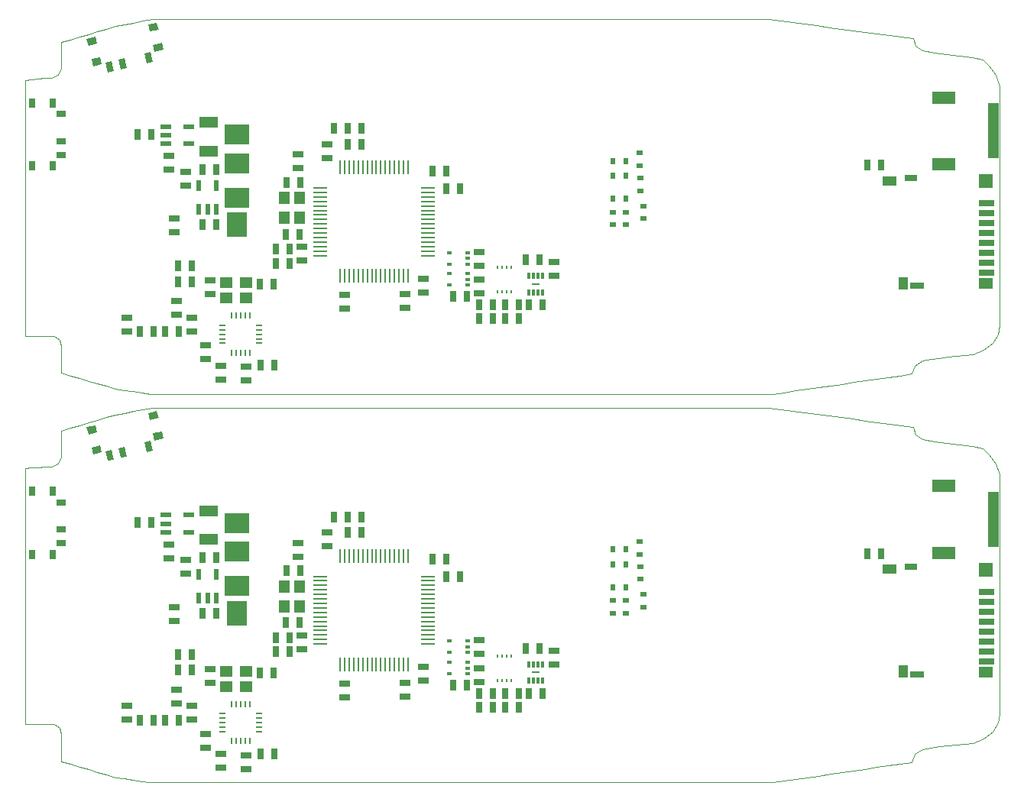
<source format=gbr>
G04 #@! TF.FileFunction,Paste,Top*
%FSLAX46Y46*%
G04 Gerber Fmt 4.6, Leading zero omitted, Abs format (unit mm)*
G04 Created by KiCad (PCBNEW 4.0.2+dfsg1-stable) date Sat 02 Apr 2016 08:09:56 PM CEST*
%MOMM*%
G01*
G04 APERTURE LIST*
%ADD10C,0.150000*%
%ADD11C,0.100000*%
%ADD12R,0.508000X0.304800*%
%ADD13R,0.200000X0.400000*%
%ADD14R,0.635000X1.143000*%
%ADD15R,1.143000X0.635000*%
%ADD16R,2.500000X1.400000*%
%ADD17R,1.200000X6.200000*%
%ADD18R,0.700000X0.600000*%
%ADD19R,0.600000X0.700000*%
%ADD20R,1.399540X1.198880*%
%ADD21R,1.198880X1.399540*%
%ADD22R,1.750000X0.700000*%
%ADD23R,1.500000X1.500000*%
%ADD24R,1.500000X1.300000*%
%ADD25R,1.400000X0.800000*%
%ADD26R,1.550000X1.000000*%
%ADD27R,1.000000X1.450000*%
%ADD28R,1.500000X0.800000*%
%ADD29R,0.548640X1.198880*%
%ADD30R,1.198880X0.548640*%
%ADD31R,1.100000X0.700000*%
%ADD32R,0.800000X1.000000*%
%ADD33R,1.501140X0.269240*%
%ADD34R,0.248920X1.501140*%
%ADD35R,1.998980X1.198880*%
%ADD36R,0.300000X0.750000*%
%ADD37R,0.960000X0.270000*%
%ADD38R,0.762000X0.254000*%
%ADD39R,0.254000X0.762000*%
%ADD40R,2.300000X2.800000*%
%ADD41R,2.800000X2.300000*%
G04 APERTURE END LIST*
D10*
D11*
X76847362Y-132519297D02*
X76846256Y-131355372D01*
X76847362Y-133709297D02*
X76846256Y-132545372D01*
X184823672Y-130009669D02*
X184823672Y-156552737D01*
X184823672Y-156552737D02*
X184639437Y-157502628D01*
X184639437Y-157502628D02*
X184011984Y-158473819D01*
X184011984Y-158473819D02*
X183028434Y-159241019D01*
X183028434Y-159241019D02*
X181885338Y-159743638D01*
X181885338Y-159743638D02*
X180946166Y-159822981D01*
X180946166Y-159822981D02*
X179997997Y-159911175D01*
X179997997Y-159911175D02*
X179058819Y-160008122D01*
X179058819Y-160008122D02*
X178119541Y-160122762D01*
X178119541Y-160122762D02*
X177189253Y-160255113D01*
X177189253Y-160255113D02*
X176267650Y-160457841D01*
X176267650Y-160457841D02*
X175434781Y-160987006D01*
X175434781Y-160987006D02*
X175062612Y-161877597D01*
X175062612Y-161877597D02*
X173777838Y-162071584D01*
X173777838Y-162071584D02*
X172493062Y-162256725D01*
X172493062Y-162256725D02*
X171208288Y-162441963D01*
X171208288Y-162441963D02*
X169923509Y-162627100D01*
X169923509Y-162627100D02*
X168638634Y-162812238D01*
X168638634Y-162812238D02*
X167353859Y-163006225D01*
X167353859Y-163006225D02*
X166069081Y-163191462D01*
X166069081Y-163191462D02*
X164784297Y-163376600D01*
X164784297Y-163376600D02*
X163499531Y-163561838D01*
X163499531Y-163561838D02*
X162214753Y-163755825D01*
X162214753Y-163755825D02*
X160929978Y-163940963D01*
X160929978Y-163940963D02*
X159645103Y-164126103D01*
X159645103Y-164126103D02*
X90726700Y-164126103D01*
X90726700Y-164126103D02*
X89760847Y-163985012D01*
X89760847Y-163985012D02*
X88795091Y-163835172D01*
X88795091Y-163835172D02*
X87820344Y-163694081D01*
X87820344Y-163694081D02*
X86854587Y-163544141D01*
X86854587Y-163544141D02*
X85853266Y-163253209D01*
X85853266Y-163253209D02*
X84852041Y-162953328D01*
X84852041Y-162953328D02*
X83850816Y-162662397D01*
X83850816Y-162662397D02*
X82849591Y-162362519D01*
X82849591Y-162362519D02*
X81848269Y-162071584D01*
X81848269Y-162071584D02*
X80847034Y-161771803D01*
X80847034Y-161771803D02*
X80855925Y-161031053D01*
X80855925Y-161031053D02*
X80855925Y-159540800D01*
X80855925Y-159540800D02*
X80847034Y-158791300D01*
X80847034Y-158791300D02*
X80643222Y-158094694D01*
X80643222Y-158094694D02*
X80049541Y-157671422D01*
X80049541Y-157671422D02*
X76850841Y-157671422D01*
X76850841Y-157671422D02*
X76850841Y-138536566D01*
X76849578Y-138527719D02*
X76848472Y-137334944D01*
X76848472Y-137304944D02*
X76848472Y-136142072D01*
X76848472Y-136112072D02*
X76847362Y-134939297D01*
X76847362Y-134889297D02*
X76846256Y-133725372D01*
X76844362Y-132319919D02*
X76844362Y-129304216D01*
X76824362Y-129304216D02*
X76823672Y-129304216D01*
X76823672Y-129304216D02*
X77559128Y-129233619D01*
X77559128Y-129233619D02*
X78285691Y-129171972D01*
X78285691Y-129171972D02*
X79021147Y-129118978D01*
X79021147Y-129118978D02*
X79747713Y-129101378D01*
X79747713Y-129101378D02*
X80509747Y-128783900D01*
X80509747Y-128783900D02*
X80837559Y-128016800D01*
X80837559Y-128016800D02*
X80837559Y-125133337D01*
X80837559Y-125133337D02*
X81838784Y-124842306D01*
X81838784Y-124842306D02*
X82848900Y-124542525D01*
X82848900Y-124542525D02*
X83850125Y-124251494D01*
X83850125Y-124251494D02*
X84860231Y-123951713D01*
X84860231Y-123951713D02*
X85861562Y-123651931D01*
X85861562Y-123651931D02*
X86871681Y-123360903D01*
X86871681Y-123360903D02*
X87864012Y-123166913D01*
X87864012Y-123166913D02*
X88865238Y-122972928D01*
X88865238Y-122972928D02*
X89857669Y-122770091D01*
X89857669Y-122770091D02*
X90967963Y-122576103D01*
X90967963Y-122576103D02*
X159237262Y-122576103D01*
X159237262Y-122576103D02*
X160575191Y-122761347D01*
X160575191Y-122761347D02*
X161904319Y-122937631D01*
X161904319Y-122937631D02*
X163242356Y-123114019D01*
X163242356Y-123114019D02*
X164580288Y-123290406D01*
X164580288Y-123290406D02*
X165909425Y-123466694D01*
X165909425Y-123466694D02*
X167247344Y-123651931D01*
X167247344Y-123651931D02*
X168576491Y-123828319D01*
X168576491Y-123828319D02*
X169914519Y-124004609D01*
X169914519Y-124004609D02*
X171252450Y-124180997D01*
X171252450Y-124180997D02*
X172581584Y-124366137D01*
X172581584Y-124366137D02*
X173919516Y-124542525D01*
X173919516Y-124542525D02*
X175257544Y-124718919D01*
X175257544Y-124718919D02*
X175514519Y-125565359D01*
X175514519Y-125565359D02*
X176241084Y-126059225D01*
X176241084Y-126059225D02*
X177605591Y-126297263D01*
X177605591Y-126297263D02*
X178978988Y-126500097D01*
X178978988Y-126500097D02*
X180361278Y-126667644D01*
X180361278Y-126667644D02*
X181743569Y-126799878D01*
X181743569Y-126799878D02*
X182957506Y-127090909D01*
X182957506Y-127090909D02*
X183664756Y-127744300D01*
X183664756Y-127744300D02*
X184364734Y-128767128D01*
X184364734Y-128767128D02*
X184823672Y-130009669D01*
X76847362Y-89459297D02*
X76846256Y-88295372D01*
X76847362Y-90649297D02*
X76846256Y-89485372D01*
X184823672Y-86949669D02*
X184823672Y-113492737D01*
X184823672Y-113492737D02*
X184639437Y-114442628D01*
X184639437Y-114442628D02*
X184011984Y-115413819D01*
X184011984Y-115413819D02*
X183028434Y-116181019D01*
X183028434Y-116181019D02*
X181885338Y-116683638D01*
X181885338Y-116683638D02*
X180946166Y-116762981D01*
X180946166Y-116762981D02*
X179997997Y-116851175D01*
X179997997Y-116851175D02*
X179058819Y-116948122D01*
X179058819Y-116948122D02*
X178119541Y-117062762D01*
X178119541Y-117062762D02*
X177189253Y-117195113D01*
X177189253Y-117195113D02*
X176267650Y-117397841D01*
X176267650Y-117397841D02*
X175434781Y-117927006D01*
X175434781Y-117927006D02*
X175062612Y-118817597D01*
X175062612Y-118817597D02*
X173777838Y-119011584D01*
X173777838Y-119011584D02*
X172493062Y-119196725D01*
X172493062Y-119196725D02*
X171208288Y-119381963D01*
X171208288Y-119381963D02*
X169923509Y-119567100D01*
X169923509Y-119567100D02*
X168638634Y-119752238D01*
X168638634Y-119752238D02*
X167353859Y-119946225D01*
X167353859Y-119946225D02*
X166069081Y-120131462D01*
X166069081Y-120131462D02*
X164784297Y-120316600D01*
X164784297Y-120316600D02*
X163499531Y-120501838D01*
X163499531Y-120501838D02*
X162214753Y-120695825D01*
X162214753Y-120695825D02*
X160929978Y-120880963D01*
X160929978Y-120880963D02*
X159645103Y-121066103D01*
X159645103Y-121066103D02*
X90726700Y-121066103D01*
X90726700Y-121066103D02*
X89760847Y-120925012D01*
X89760847Y-120925012D02*
X88795091Y-120775172D01*
X88795091Y-120775172D02*
X87820344Y-120634081D01*
X87820344Y-120634081D02*
X86854587Y-120484141D01*
X86854587Y-120484141D02*
X85853266Y-120193209D01*
X85853266Y-120193209D02*
X84852041Y-119893328D01*
X84852041Y-119893328D02*
X83850816Y-119602397D01*
X83850816Y-119602397D02*
X82849591Y-119302519D01*
X82849591Y-119302519D02*
X81848269Y-119011584D01*
X81848269Y-119011584D02*
X80847034Y-118711803D01*
X80847034Y-118711803D02*
X80855925Y-117971053D01*
X80855925Y-117971053D02*
X80855925Y-116480800D01*
X80855925Y-116480800D02*
X80847034Y-115731300D01*
X80847034Y-115731300D02*
X80643222Y-115034694D01*
X80643222Y-115034694D02*
X80049541Y-114611422D01*
X80049541Y-114611422D02*
X76850841Y-114611422D01*
X76850841Y-114611422D02*
X76850841Y-95476566D01*
X76849578Y-95467719D02*
X76848472Y-94274944D01*
X76848472Y-94244944D02*
X76848472Y-93082072D01*
X76848472Y-93052072D02*
X76847362Y-91879297D01*
X76847362Y-91829297D02*
X76846256Y-90665372D01*
X76844362Y-89259919D02*
X76844362Y-86244216D01*
X76824362Y-86244216D02*
X76823672Y-86244216D01*
X76823672Y-86244216D02*
X77559128Y-86173619D01*
X77559128Y-86173619D02*
X78285691Y-86111972D01*
X78285691Y-86111972D02*
X79021147Y-86058978D01*
X79021147Y-86058978D02*
X79747713Y-86041378D01*
X79747713Y-86041378D02*
X80509747Y-85723900D01*
X80509747Y-85723900D02*
X80837559Y-84956800D01*
X80837559Y-84956800D02*
X80837559Y-82073337D01*
X80837559Y-82073337D02*
X81838784Y-81782306D01*
X81838784Y-81782306D02*
X82848900Y-81482525D01*
X82848900Y-81482525D02*
X83850125Y-81191494D01*
X83850125Y-81191494D02*
X84860231Y-80891713D01*
X84860231Y-80891713D02*
X85861562Y-80591931D01*
X85861562Y-80591931D02*
X86871681Y-80300903D01*
X86871681Y-80300903D02*
X87864012Y-80106913D01*
X87864012Y-80106913D02*
X88865238Y-79912928D01*
X88865238Y-79912928D02*
X89857669Y-79710091D01*
X89857669Y-79710091D02*
X90967963Y-79516103D01*
X90967963Y-79516103D02*
X159237262Y-79516103D01*
X159237262Y-79516103D02*
X160575191Y-79701347D01*
X160575191Y-79701347D02*
X161904319Y-79877631D01*
X161904319Y-79877631D02*
X163242356Y-80054019D01*
X163242356Y-80054019D02*
X164580288Y-80230406D01*
X164580288Y-80230406D02*
X165909425Y-80406694D01*
X165909425Y-80406694D02*
X167247344Y-80591931D01*
X167247344Y-80591931D02*
X168576491Y-80768319D01*
X168576491Y-80768319D02*
X169914519Y-80944609D01*
X169914519Y-80944609D02*
X171252450Y-81120997D01*
X171252450Y-81120997D02*
X172581584Y-81306137D01*
X172581584Y-81306137D02*
X173919516Y-81482525D01*
X173919516Y-81482525D02*
X175257544Y-81658919D01*
X175257544Y-81658919D02*
X175514519Y-82505359D01*
X175514519Y-82505359D02*
X176241084Y-82999225D01*
X176241084Y-82999225D02*
X177605591Y-83237263D01*
X177605591Y-83237263D02*
X178978988Y-83440097D01*
X178978988Y-83440097D02*
X180361278Y-83607644D01*
X180361278Y-83607644D02*
X181743569Y-83739878D01*
X181743569Y-83739878D02*
X182957506Y-84030909D01*
X182957506Y-84030909D02*
X183664756Y-84684300D01*
X183664756Y-84684300D02*
X184364734Y-85707128D01*
X184364734Y-85707128D02*
X184823672Y-86949669D01*
D12*
X125886000Y-152075000D03*
X125886000Y-150805000D03*
X123854000Y-152075000D03*
X125886000Y-151440000D03*
X123854000Y-150805000D03*
D13*
X130710000Y-150120000D03*
X130210000Y-150120000D03*
X129710000Y-150120000D03*
X129210000Y-150120000D03*
X130710000Y-152820000D03*
X130210000Y-152820000D03*
X129710000Y-152820000D03*
X129210000Y-152820000D03*
D12*
X125896000Y-149735000D03*
X125896000Y-148465000D03*
X123864000Y-149735000D03*
X125896000Y-149100000D03*
X123864000Y-148465000D03*
D14*
X124278000Y-153340000D03*
X125802000Y-153340000D03*
X131522000Y-154240000D03*
X129998000Y-154240000D03*
X134162000Y-154230000D03*
X132638000Y-154230000D03*
D15*
X135470000Y-151052000D03*
X135470000Y-149528000D03*
D14*
X133882000Y-149240000D03*
X132358000Y-149240000D03*
X128662000Y-154230000D03*
X127138000Y-154230000D03*
X130008000Y-155760000D03*
X131532000Y-155760000D03*
D15*
X127130000Y-151438000D03*
X127130000Y-152962000D03*
X127140000Y-149892000D03*
X127140000Y-148368000D03*
D14*
X128662000Y-155760000D03*
X127138000Y-155760000D03*
D16*
X178650000Y-138660000D03*
D17*
X184100000Y-134960000D03*
D16*
X178650000Y-131260000D03*
D18*
X145010000Y-141580000D03*
X145010000Y-140180000D03*
X144910000Y-137430000D03*
X144910000Y-138830000D03*
D19*
X141985000Y-138280000D03*
X143385000Y-138280000D03*
X141985000Y-139930000D03*
X143385000Y-139930000D03*
X141985000Y-142480000D03*
X143385000Y-142480000D03*
D18*
X143385000Y-145355000D03*
X143385000Y-143955000D03*
X141960000Y-145355000D03*
X141960000Y-143955000D03*
X145385000Y-143280000D03*
X145385000Y-144680000D03*
D15*
X93370000Y-146202000D03*
X93370000Y-144678000D03*
D20*
X99110180Y-151779100D03*
X101309820Y-151779100D03*
X99110180Y-153480900D03*
X101309820Y-153480900D03*
D21*
X105534100Y-144604820D03*
X105534100Y-142405180D03*
X107235900Y-144604820D03*
X107235900Y-142405180D03*
D22*
X183395000Y-150700000D03*
X183395000Y-149600000D03*
X183395000Y-148500000D03*
X183395000Y-147400000D03*
X183395000Y-146300000D03*
X183395000Y-145200000D03*
X183395000Y-144100000D03*
X183395000Y-143000000D03*
D23*
X183270000Y-140550000D03*
D24*
X183270000Y-151900000D03*
D25*
X175020000Y-140200000D03*
D26*
X172595000Y-140500000D03*
D27*
X174170000Y-151825000D03*
D28*
X175670000Y-152150000D03*
D29*
X96110040Y-143652940D03*
X97060000Y-143652940D03*
X98009960Y-143652940D03*
X98009960Y-141057060D03*
X96110040Y-141057060D03*
D30*
X92424560Y-134492540D03*
X92424560Y-135442500D03*
X92424560Y-136392460D03*
X95020440Y-136392460D03*
X95020440Y-134492540D03*
D31*
X80820000Y-133100000D03*
X80820000Y-136100000D03*
X80820000Y-137600000D03*
D32*
X79920000Y-131850000D03*
X77620000Y-131850000D03*
X79920000Y-138850000D03*
X77620000Y-138850000D03*
D10*
G36*
X90790788Y-126246683D02*
X91038235Y-127318490D01*
X90356176Y-127475955D01*
X90108729Y-126404148D01*
X90790788Y-126246683D01*
X90790788Y-126246683D01*
G37*
G36*
X87867678Y-126921536D02*
X88115125Y-127993343D01*
X87433066Y-128150808D01*
X87185619Y-127079001D01*
X87867678Y-126921536D01*
X87867678Y-126921536D01*
G37*
G36*
X86406123Y-127258963D02*
X86653570Y-128330770D01*
X85971511Y-128488235D01*
X85724064Y-127416428D01*
X86406123Y-127258963D01*
X86406123Y-127258963D01*
G37*
G36*
X91986194Y-125200973D02*
X92166154Y-125980469D01*
X91191784Y-126205421D01*
X91011824Y-125425925D01*
X91986194Y-125200973D01*
X91986194Y-125200973D01*
G37*
G36*
X91468807Y-122959922D02*
X91648767Y-123739418D01*
X90674397Y-123964370D01*
X90494437Y-123184874D01*
X91468807Y-122959922D01*
X91468807Y-122959922D01*
G37*
G36*
X85165603Y-126775630D02*
X85345563Y-127555126D01*
X84371193Y-127780078D01*
X84191233Y-127000582D01*
X85165603Y-126775630D01*
X85165603Y-126775630D01*
G37*
G36*
X84648216Y-124534579D02*
X84828176Y-125314075D01*
X83853806Y-125539027D01*
X83673846Y-124759531D01*
X84648216Y-124534579D01*
X84648216Y-124534579D01*
G37*
D15*
X98550000Y-162502000D03*
X98550000Y-160978000D03*
X94610000Y-140992000D03*
X94610000Y-139468000D03*
X93640000Y-155342000D03*
X93640000Y-153818000D03*
X95360000Y-155668000D03*
X95360000Y-157192000D03*
D14*
X92398000Y-157205000D03*
X93922000Y-157205000D03*
X106172000Y-149630000D03*
X104648000Y-149630000D03*
X112585000Y-134705000D03*
X114109000Y-134705000D03*
X111061000Y-134705000D03*
D33*
X109510520Y-144781080D03*
X109510520Y-144280700D03*
X109510520Y-143780320D03*
X109510520Y-143279940D03*
X109510520Y-142779560D03*
X109510520Y-142279180D03*
X109510520Y-141778800D03*
X109510520Y-141280960D03*
X109510520Y-148779040D03*
X121509480Y-148779040D03*
X121509480Y-141280960D03*
X109510520Y-145278920D03*
X109510520Y-145779300D03*
X109510520Y-146279680D03*
X109510520Y-146780060D03*
X109510520Y-147280440D03*
X109510520Y-147780820D03*
X109510520Y-148281200D03*
X121509480Y-148281200D03*
X121509480Y-147780820D03*
X121509480Y-147280440D03*
X121509480Y-146780060D03*
X121509480Y-146279680D03*
X121509480Y-145779300D03*
X121509480Y-145278920D03*
X121509480Y-144781080D03*
X121509480Y-144280700D03*
X121509480Y-143780320D03*
X121509480Y-143279940D03*
X121509480Y-142779560D03*
X121509480Y-142279180D03*
X121509480Y-141778800D03*
D34*
X111760960Y-139030520D03*
X112258800Y-139030520D03*
X112759180Y-139030520D03*
X113259560Y-139030520D03*
X113759940Y-139030520D03*
X114260320Y-139030520D03*
X115758920Y-139030520D03*
X116759680Y-139030520D03*
X117260060Y-139030520D03*
X114760700Y-139030520D03*
X115261080Y-139030520D03*
X116259300Y-139030520D03*
X117760440Y-139030520D03*
X118260820Y-139030520D03*
X118761200Y-139030520D03*
X119259040Y-139030520D03*
X111760960Y-151029480D03*
X112258800Y-151029480D03*
X112759180Y-151029480D03*
X113259560Y-151029480D03*
X113759940Y-151029480D03*
X114260320Y-151029480D03*
X114760700Y-151029480D03*
X115261080Y-151029480D03*
X115758920Y-151029480D03*
X116259300Y-151029480D03*
X116759680Y-151029480D03*
X117260060Y-151029480D03*
X117760440Y-151029480D03*
X118260820Y-151029480D03*
X118761200Y-151029480D03*
X119259040Y-151029480D03*
D15*
X110335000Y-136443000D03*
X110335000Y-137967000D03*
D14*
X93773000Y-149955000D03*
X95297000Y-149955000D03*
D15*
X97340000Y-153082000D03*
X97340000Y-151558000D03*
D14*
X102818000Y-151960000D03*
X104342000Y-151960000D03*
X93773000Y-151655000D03*
X95297000Y-151655000D03*
X89548000Y-157205000D03*
X91072000Y-157205000D03*
D15*
X88085000Y-155668000D03*
X88085000Y-157192000D03*
D14*
X104472000Y-160940000D03*
X102948000Y-160940000D03*
X97997000Y-139230000D03*
X96473000Y-139230000D03*
D15*
X96830000Y-158758000D03*
X96830000Y-160282000D03*
X101350000Y-161118000D03*
X101350000Y-162642000D03*
D14*
X106172000Y-148055000D03*
X104648000Y-148055000D03*
D15*
X107510000Y-147843000D03*
X107510000Y-149367000D03*
X107110000Y-137568000D03*
X107110000Y-139092000D03*
X92800000Y-137758000D03*
X92800000Y-139282000D03*
D14*
X123482000Y-139380000D03*
X121958000Y-139380000D03*
D15*
X120970000Y-152842000D03*
X120970000Y-151318000D03*
X112235000Y-154667000D03*
X112235000Y-153143000D03*
D14*
X123478000Y-141360000D03*
X125002000Y-141360000D03*
D15*
X118970000Y-153088000D03*
X118970000Y-154612000D03*
D14*
X90862000Y-135330000D03*
X89338000Y-135330000D03*
X97997000Y-145355000D03*
X96473000Y-145355000D03*
X171662000Y-138780000D03*
X170138000Y-138780000D03*
X112598000Y-136430000D03*
X114122000Y-136430000D03*
X105723000Y-146405000D03*
X107247000Y-146405000D03*
X107322000Y-140655000D03*
X105798000Y-140655000D03*
D35*
X97147500Y-133994840D03*
X97147500Y-137190160D03*
D36*
X134170000Y-151040000D03*
X133670000Y-151040000D03*
X133170000Y-151040000D03*
X132670000Y-151040000D03*
X132670000Y-152840000D03*
X133170000Y-152840000D03*
X133670000Y-152840000D03*
X134170000Y-152840000D03*
D37*
X133420000Y-151940000D03*
D38*
X102809780Y-158505760D03*
D39*
X101760760Y-155455220D03*
D38*
X98710220Y-156504240D03*
D39*
X99759240Y-159554780D03*
D38*
X102809780Y-158005380D03*
D39*
X101260380Y-155455220D03*
D38*
X98710220Y-157004620D03*
D39*
X100259620Y-159554780D03*
D38*
X102809780Y-157505000D03*
D39*
X100760000Y-155455220D03*
D38*
X98710220Y-157505000D03*
D39*
X100760000Y-159554780D03*
D38*
X102809780Y-157004620D03*
D39*
X100259620Y-155455220D03*
D38*
X98710220Y-158005380D03*
D39*
X101260380Y-159554780D03*
D38*
X102809780Y-156504240D03*
D39*
X99759240Y-155455220D03*
D38*
X98710220Y-158505760D03*
D39*
X101760760Y-159554780D03*
D40*
X100310000Y-145355000D03*
D41*
X100310000Y-142355000D03*
X100310000Y-138555000D03*
X100310000Y-135355000D03*
D40*
X100310000Y-102295000D03*
D41*
X100310000Y-99295000D03*
X100310000Y-95495000D03*
X100310000Y-92295000D03*
D38*
X102809780Y-115445760D03*
D39*
X101760760Y-112395220D03*
D38*
X98710220Y-113444240D03*
D39*
X99759240Y-116494780D03*
D38*
X102809780Y-114945380D03*
D39*
X101260380Y-112395220D03*
D38*
X98710220Y-113944620D03*
D39*
X100259620Y-116494780D03*
D38*
X102809780Y-114445000D03*
D39*
X100760000Y-112395220D03*
D38*
X98710220Y-114445000D03*
D39*
X100760000Y-116494780D03*
D38*
X102809780Y-113944620D03*
D39*
X100259620Y-112395220D03*
D38*
X98710220Y-114945380D03*
D39*
X101260380Y-116494780D03*
D38*
X102809780Y-113444240D03*
D39*
X99759240Y-112395220D03*
D38*
X98710220Y-115445760D03*
D39*
X101760760Y-116494780D03*
D36*
X134170000Y-107980000D03*
X133670000Y-107980000D03*
X133170000Y-107980000D03*
X132670000Y-107980000D03*
X132670000Y-109780000D03*
X133170000Y-109780000D03*
X133670000Y-109780000D03*
X134170000Y-109780000D03*
D37*
X133420000Y-108880000D03*
D35*
X97147500Y-90934840D03*
X97147500Y-94130160D03*
D14*
X107322000Y-97595000D03*
X105798000Y-97595000D03*
X105723000Y-103345000D03*
X107247000Y-103345000D03*
X112598000Y-93370000D03*
X114122000Y-93370000D03*
X171662000Y-95720000D03*
X170138000Y-95720000D03*
X97997000Y-102295000D03*
X96473000Y-102295000D03*
X90862000Y-92270000D03*
X89338000Y-92270000D03*
D15*
X118970000Y-110028000D03*
X118970000Y-111552000D03*
D14*
X123478000Y-98300000D03*
X125002000Y-98300000D03*
D15*
X112235000Y-111607000D03*
X112235000Y-110083000D03*
X120970000Y-109782000D03*
X120970000Y-108258000D03*
D14*
X123482000Y-96320000D03*
X121958000Y-96320000D03*
D15*
X92800000Y-94698000D03*
X92800000Y-96222000D03*
X107110000Y-94508000D03*
X107110000Y-96032000D03*
X107510000Y-104783000D03*
X107510000Y-106307000D03*
D14*
X106172000Y-104995000D03*
X104648000Y-104995000D03*
D15*
X101350000Y-118058000D03*
X101350000Y-119582000D03*
X96830000Y-115698000D03*
X96830000Y-117222000D03*
D14*
X97997000Y-96170000D03*
X96473000Y-96170000D03*
X104472000Y-117880000D03*
X102948000Y-117880000D03*
D15*
X88085000Y-112608000D03*
X88085000Y-114132000D03*
D14*
X89548000Y-114145000D03*
X91072000Y-114145000D03*
X93773000Y-108595000D03*
X95297000Y-108595000D03*
X102818000Y-108900000D03*
X104342000Y-108900000D03*
D15*
X97340000Y-110022000D03*
X97340000Y-108498000D03*
D14*
X93773000Y-106895000D03*
X95297000Y-106895000D03*
D15*
X110335000Y-93383000D03*
X110335000Y-94907000D03*
D33*
X109510520Y-101721080D03*
X109510520Y-101220700D03*
X109510520Y-100720320D03*
X109510520Y-100219940D03*
X109510520Y-99719560D03*
X109510520Y-99219180D03*
X109510520Y-98718800D03*
X109510520Y-98220960D03*
X109510520Y-105719040D03*
X121509480Y-105719040D03*
X121509480Y-98220960D03*
X109510520Y-102218920D03*
X109510520Y-102719300D03*
X109510520Y-103219680D03*
X109510520Y-103720060D03*
X109510520Y-104220440D03*
X109510520Y-104720820D03*
X109510520Y-105221200D03*
X121509480Y-105221200D03*
X121509480Y-104720820D03*
X121509480Y-104220440D03*
X121509480Y-103720060D03*
X121509480Y-103219680D03*
X121509480Y-102719300D03*
X121509480Y-102218920D03*
X121509480Y-101721080D03*
X121509480Y-101220700D03*
X121509480Y-100720320D03*
X121509480Y-100219940D03*
X121509480Y-99719560D03*
X121509480Y-99219180D03*
X121509480Y-98718800D03*
D34*
X111760960Y-95970520D03*
X112258800Y-95970520D03*
X112759180Y-95970520D03*
X113259560Y-95970520D03*
X113759940Y-95970520D03*
X114260320Y-95970520D03*
X115758920Y-95970520D03*
X116759680Y-95970520D03*
X117260060Y-95970520D03*
X114760700Y-95970520D03*
X115261080Y-95970520D03*
X116259300Y-95970520D03*
X117760440Y-95970520D03*
X118260820Y-95970520D03*
X118761200Y-95970520D03*
X119259040Y-95970520D03*
X111760960Y-107969480D03*
X112258800Y-107969480D03*
X112759180Y-107969480D03*
X113259560Y-107969480D03*
X113759940Y-107969480D03*
X114260320Y-107969480D03*
X114760700Y-107969480D03*
X115261080Y-107969480D03*
X115758920Y-107969480D03*
X116259300Y-107969480D03*
X116759680Y-107969480D03*
X117260060Y-107969480D03*
X117760440Y-107969480D03*
X118260820Y-107969480D03*
X118761200Y-107969480D03*
X119259040Y-107969480D03*
D14*
X112585000Y-91645000D03*
X114109000Y-91645000D03*
X111061000Y-91645000D03*
X106172000Y-106570000D03*
X104648000Y-106570000D03*
X92398000Y-114145000D03*
X93922000Y-114145000D03*
D15*
X95360000Y-112608000D03*
X95360000Y-114132000D03*
X93640000Y-112282000D03*
X93640000Y-110758000D03*
X94610000Y-97932000D03*
X94610000Y-96408000D03*
X98550000Y-119442000D03*
X98550000Y-117918000D03*
D10*
G36*
X90790788Y-83186683D02*
X91038235Y-84258490D01*
X90356176Y-84415955D01*
X90108729Y-83344148D01*
X90790788Y-83186683D01*
X90790788Y-83186683D01*
G37*
G36*
X87867678Y-83861536D02*
X88115125Y-84933343D01*
X87433066Y-85090808D01*
X87185619Y-84019001D01*
X87867678Y-83861536D01*
X87867678Y-83861536D01*
G37*
G36*
X86406123Y-84198963D02*
X86653570Y-85270770D01*
X85971511Y-85428235D01*
X85724064Y-84356428D01*
X86406123Y-84198963D01*
X86406123Y-84198963D01*
G37*
G36*
X91986194Y-82140973D02*
X92166154Y-82920469D01*
X91191784Y-83145421D01*
X91011824Y-82365925D01*
X91986194Y-82140973D01*
X91986194Y-82140973D01*
G37*
G36*
X91468807Y-79899922D02*
X91648767Y-80679418D01*
X90674397Y-80904370D01*
X90494437Y-80124874D01*
X91468807Y-79899922D01*
X91468807Y-79899922D01*
G37*
G36*
X85165603Y-83715630D02*
X85345563Y-84495126D01*
X84371193Y-84720078D01*
X84191233Y-83940582D01*
X85165603Y-83715630D01*
X85165603Y-83715630D01*
G37*
G36*
X84648216Y-81474579D02*
X84828176Y-82254075D01*
X83853806Y-82479027D01*
X83673846Y-81699531D01*
X84648216Y-81474579D01*
X84648216Y-81474579D01*
G37*
D31*
X80820000Y-90040000D03*
X80820000Y-93040000D03*
X80820000Y-94540000D03*
D32*
X79920000Y-88790000D03*
X77620000Y-88790000D03*
X79920000Y-95790000D03*
X77620000Y-95790000D03*
D30*
X92424560Y-91432540D03*
X92424560Y-92382500D03*
X92424560Y-93332460D03*
X95020440Y-93332460D03*
X95020440Y-91432540D03*
D29*
X96110040Y-100592940D03*
X97060000Y-100592940D03*
X98009960Y-100592940D03*
X98009960Y-97997060D03*
X96110040Y-97997060D03*
D22*
X183395000Y-107640000D03*
X183395000Y-106540000D03*
X183395000Y-105440000D03*
X183395000Y-104340000D03*
X183395000Y-103240000D03*
X183395000Y-102140000D03*
X183395000Y-101040000D03*
X183395000Y-99940000D03*
D23*
X183270000Y-97490000D03*
D24*
X183270000Y-108840000D03*
D25*
X175020000Y-97140000D03*
D26*
X172595000Y-97440000D03*
D27*
X174170000Y-108765000D03*
D28*
X175670000Y-109090000D03*
D21*
X105534100Y-101544820D03*
X105534100Y-99345180D03*
X107235900Y-101544820D03*
X107235900Y-99345180D03*
D20*
X99110180Y-108719100D03*
X101309820Y-108719100D03*
X99110180Y-110420900D03*
X101309820Y-110420900D03*
D15*
X93370000Y-103142000D03*
X93370000Y-101618000D03*
D18*
X145385000Y-100220000D03*
X145385000Y-101620000D03*
X141960000Y-102295000D03*
X141960000Y-100895000D03*
X143385000Y-102295000D03*
X143385000Y-100895000D03*
D19*
X141985000Y-99420000D03*
X143385000Y-99420000D03*
X141985000Y-96870000D03*
X143385000Y-96870000D03*
X141985000Y-95220000D03*
X143385000Y-95220000D03*
D18*
X144910000Y-94370000D03*
X144910000Y-95770000D03*
X145010000Y-98520000D03*
X145010000Y-97120000D03*
D16*
X178650000Y-95600000D03*
D17*
X184100000Y-91900000D03*
D16*
X178650000Y-88200000D03*
D14*
X128662000Y-112700000D03*
X127138000Y-112700000D03*
D15*
X127140000Y-106832000D03*
X127140000Y-105308000D03*
X127130000Y-108378000D03*
X127130000Y-109902000D03*
D14*
X130008000Y-112700000D03*
X131532000Y-112700000D03*
X128662000Y-111170000D03*
X127138000Y-111170000D03*
X133882000Y-106180000D03*
X132358000Y-106180000D03*
D15*
X135470000Y-107992000D03*
X135470000Y-106468000D03*
D14*
X134162000Y-111170000D03*
X132638000Y-111170000D03*
X131522000Y-111180000D03*
X129998000Y-111180000D03*
X124278000Y-110280000D03*
X125802000Y-110280000D03*
D12*
X125896000Y-106675000D03*
X125896000Y-105405000D03*
X123864000Y-106675000D03*
X125896000Y-106040000D03*
X123864000Y-105405000D03*
D13*
X130710000Y-107060000D03*
X130210000Y-107060000D03*
X129710000Y-107060000D03*
X129210000Y-107060000D03*
X130710000Y-109760000D03*
X130210000Y-109760000D03*
X129710000Y-109760000D03*
X129210000Y-109760000D03*
D12*
X125886000Y-109015000D03*
X125886000Y-107745000D03*
X123854000Y-109015000D03*
X125886000Y-108380000D03*
X123854000Y-107745000D03*
M02*

</source>
